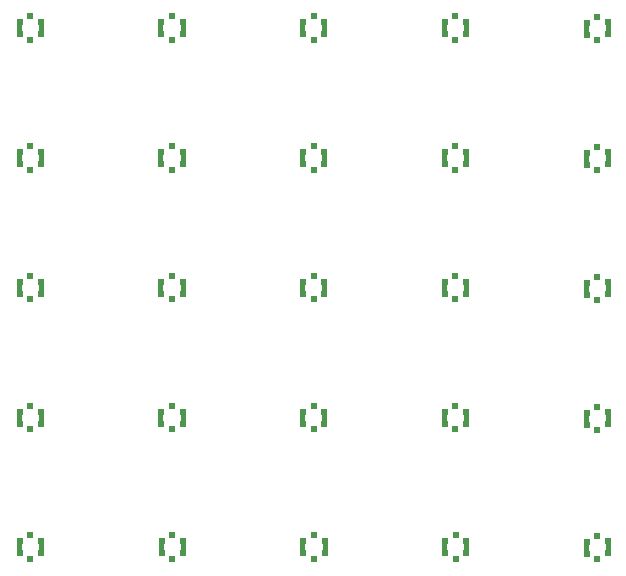
<source format=gtp>
%TF.GenerationSoftware,KiCad,Pcbnew,(6.0.0)*%
%TF.CreationDate,2022-12-07T10:36:55-05:00*%
%TF.ProjectId,onix-coax-adapter-xfl-a_panel,6f6e6978-2d63-46f6-9178-2d6164617074,A*%
%TF.SameCoordinates,Original*%
%TF.FileFunction,Paste,Top*%
%TF.FilePolarity,Positive*%
%FSLAX46Y46*%
G04 Gerber Fmt 4.6, Leading zero omitted, Abs format (unit mm)*
G04 Created by KiCad (PCBNEW (6.0.0)) date 2022-12-07 10:36:55*
%MOMM*%
%LPD*%
G01*
G04 APERTURE LIST*
G04 Aperture macros list*
%AMFreePoly0*
4,1,9,0.200000,-0.700000,-0.316000,-0.700000,-0.316000,-0.220000,-0.236000,-0.140000,-0.236000,0.260000,-0.316000,0.340000,-0.316000,0.824000,0.200000,0.824000,0.200000,-0.700000,0.200000,-0.700000,$1*%
G04 Aperture macros list end*
%ADD10R,0.600000X0.550000*%
%ADD11FreePoly0,0.000000*%
%ADD12R,0.500000X0.500000*%
%ADD13FreePoly0,180.000000*%
G04 APERTURE END LIST*
D10*
%TO.C,J1*%
X170760000Y-109935081D03*
D11*
X171746000Y-109022081D03*
D12*
X170760000Y-107960081D03*
D13*
X169774000Y-108898081D03*
%TD*%
D10*
%TO.C,J1*%
X194760000Y-109935081D03*
D11*
X195746000Y-109022081D03*
D12*
X194760000Y-107960081D03*
D13*
X193774000Y-108898081D03*
%TD*%
D10*
%TO.C,J1*%
X170746000Y-76997081D03*
D11*
X171732000Y-76084081D03*
D12*
X170746000Y-75022081D03*
D13*
X169760000Y-75960081D03*
%TD*%
D10*
%TO.C,J1*%
X194746000Y-76997081D03*
D11*
X195732000Y-76084081D03*
D12*
X194746000Y-75022081D03*
D13*
X193760000Y-75960081D03*
%TD*%
D10*
%TO.C,J1*%
X182746000Y-76997081D03*
D11*
X183732000Y-76084081D03*
D12*
X182746000Y-75022081D03*
D13*
X181760000Y-75960081D03*
%TD*%
D10*
%TO.C,J1*%
X182760000Y-109935081D03*
D11*
X183746000Y-109022081D03*
D12*
X182760000Y-107960081D03*
D13*
X181774000Y-108898081D03*
%TD*%
D10*
%TO.C,J1*%
X194746000Y-65997081D03*
D11*
X195732000Y-65084081D03*
D12*
X194746000Y-64022081D03*
D13*
X193760000Y-64960081D03*
%TD*%
D10*
%TO.C,J1*%
X182746000Y-87997081D03*
D11*
X183732000Y-87084081D03*
D12*
X182746000Y-86022081D03*
D13*
X181760000Y-86960081D03*
%TD*%
D10*
%TO.C,J1*%
X158746000Y-98997081D03*
D11*
X159732000Y-98084081D03*
D12*
X158746000Y-97022081D03*
D13*
X157760000Y-97960081D03*
%TD*%
D10*
%TO.C,J1*%
X182746000Y-98997081D03*
D11*
X183732000Y-98084081D03*
D12*
X182746000Y-97022081D03*
D13*
X181760000Y-97960081D03*
%TD*%
D10*
%TO.C,J1*%
X206746000Y-99035081D03*
D11*
X207732000Y-98122081D03*
D12*
X206746000Y-97060081D03*
D13*
X205760000Y-97998081D03*
%TD*%
D10*
%TO.C,J1*%
X158746000Y-65997081D03*
D11*
X159732000Y-65084081D03*
D12*
X158746000Y-64022081D03*
D13*
X157760000Y-64960081D03*
%TD*%
D10*
%TO.C,J1*%
X170746000Y-65997081D03*
D11*
X171732000Y-65084081D03*
D12*
X170746000Y-64022081D03*
D13*
X169760000Y-64960081D03*
%TD*%
D10*
%TO.C,J1*%
X182746000Y-65997081D03*
D11*
X183732000Y-65084081D03*
D12*
X182746000Y-64022081D03*
D13*
X181760000Y-64960081D03*
%TD*%
D10*
%TO.C,J1*%
X206746000Y-88035081D03*
D11*
X207732000Y-87122081D03*
D12*
X206746000Y-86060081D03*
D13*
X205760000Y-86998081D03*
%TD*%
D10*
%TO.C,J1*%
X206746000Y-77035081D03*
D11*
X207732000Y-76122081D03*
D12*
X206746000Y-75060081D03*
D13*
X205760000Y-75998081D03*
%TD*%
D10*
%TO.C,J1*%
X194746000Y-87997081D03*
D11*
X195732000Y-87084081D03*
D12*
X194746000Y-86022081D03*
D13*
X193760000Y-86960081D03*
%TD*%
D10*
%TO.C,J1*%
X206746000Y-66035081D03*
D11*
X207732000Y-65122081D03*
D12*
X206746000Y-64060081D03*
D13*
X205760000Y-64998081D03*
%TD*%
D10*
%TO.C,J1*%
X158760000Y-109935081D03*
D11*
X159746000Y-109022081D03*
D12*
X158760000Y-107960081D03*
D13*
X157774000Y-108898081D03*
%TD*%
D10*
%TO.C,J1*%
X194746000Y-98997081D03*
D11*
X195732000Y-98084081D03*
D12*
X194746000Y-97022081D03*
D13*
X193760000Y-97960081D03*
%TD*%
D10*
%TO.C,J1*%
X158746000Y-87997081D03*
D11*
X159732000Y-87084081D03*
D12*
X158746000Y-86022081D03*
D13*
X157760000Y-86960081D03*
%TD*%
D10*
%TO.C,J1*%
X170746000Y-87997081D03*
D11*
X171732000Y-87084081D03*
D12*
X170746000Y-86022081D03*
D13*
X169760000Y-86960081D03*
%TD*%
D10*
%TO.C,J1*%
X206760000Y-109973081D03*
D11*
X207746000Y-109060081D03*
D12*
X206760000Y-107998081D03*
D13*
X205774000Y-108936081D03*
%TD*%
D10*
%TO.C,J1*%
X170746000Y-98997081D03*
D11*
X171732000Y-98084081D03*
D12*
X170746000Y-97022081D03*
D13*
X169760000Y-97960081D03*
%TD*%
D10*
%TO.C,J1*%
X158746000Y-76997081D03*
D11*
X159732000Y-76084081D03*
D12*
X158746000Y-75022081D03*
D13*
X157760000Y-75960081D03*
%TD*%
M02*

</source>
